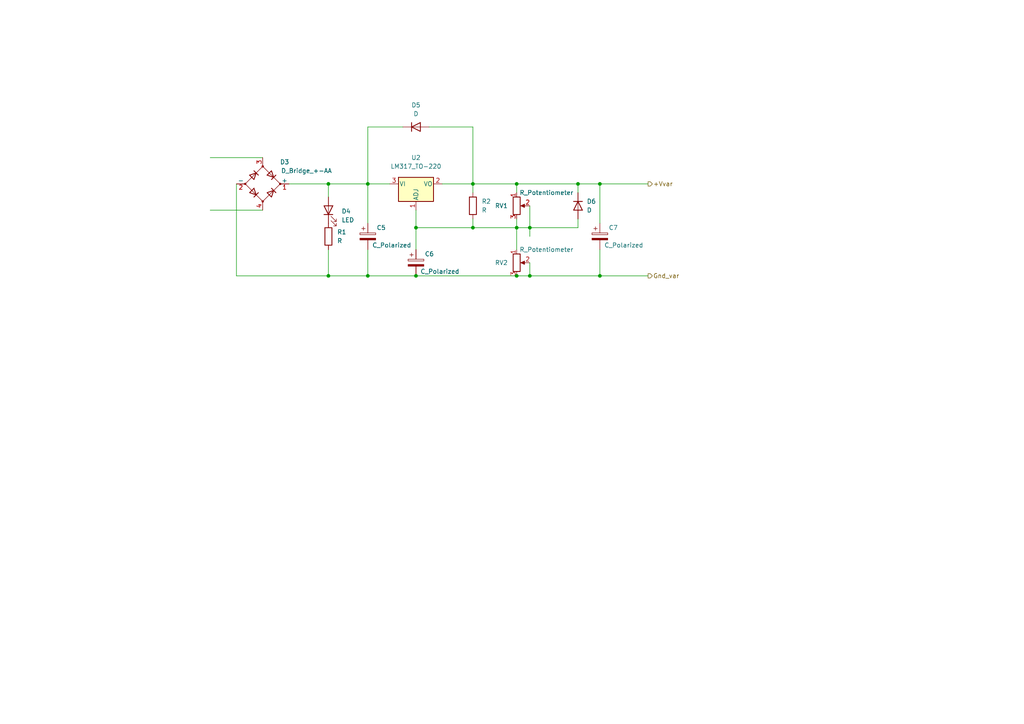
<source format=kicad_sch>
(kicad_sch (version 20211123) (generator eeschema)
  (paper "A4")
  (lib_symbols
    (symbol "Device:C_Polarized" (pin_numbers hide) (pin_names (offset 0.254))
      (property "Reference" "C" (at 0.635 2.54 0))
      (property "Value" "C_Polarized" (at 0.635 -2.54 0))
      (symbol "C_Polarized_0_1"
        (rectangle (start -2.286 0.508) (end 2.286 1.016))
        (polyline (pts (xy -1.778 2.286) (xy -0.762 2.286)))
        (polyline (pts (xy -1.27 2.794) (xy -1.27 1.778)))
        (rectangle (start 2.286 -0.508) (end -2.286 -1.016) (fill (type outline)))
      )
      (symbol "C_Polarized_1_1"
        (pin passive line (at 0 3.81 270) (length 2.794) (name "~") (number "1"))
        (pin passive line (at 0 -3.81 90) (length 2.794) (name "~") (number "2"))
      )
    )
    (symbol "Device:D" (pin_numbers hide) (pin_names (offset 1.016) hide)
      (property "Reference" "D" (at 0 2.54 0))
      (property "Value" "D" (at 0 -2.54 0))
      (symbol "D_0_1"
        (polyline (pts (xy -1.27 1.27) (xy -1.27 -1.27)) (stroke (width 0.254)))
        (polyline (pts (xy 1.27 0) (xy -1.27 0)))
        (polyline (pts (xy 1.27 1.27) (xy 1.27 -1.27) (xy -1.27 0) (xy 1.27 1.27)) (stroke (width 0.254)))
      )
      (symbol "D_1_1"
        (pin passive line (at -3.81 0 0) (length 2.54) (name "K") (number "1"))
        (pin passive line (at 3.81 0 180) (length 2.54) (name "A") (number "2"))
      )
    )
    (symbol "Device:D_Bridge_+-AA" (pin_names (offset 0))
      (property "Reference" "D" (at 2.54 6.985 0))
      (property "Value" "D_Bridge_+-AA" (at 2.54 5.08 0))
      (symbol "D_Bridge_+-AA_0_1"
        (circle (center -5.08 0) (radius 0.254) (fill (type outline)))
        (circle (center 0 -5.08) (radius 0.254) (fill (type outline)))
        (polyline (pts (xy -2.54 3.81) (xy -1.27 2.54)) (stroke (width 0.254)))
        (polyline (pts (xy -1.27 -2.54) (xy -2.54 -3.81)) (stroke (width 0.254)))
        (polyline (pts (xy 2.54 -1.27) (xy 3.81 -2.54)) (stroke (width 0.254)))
        (polyline (pts (xy 2.54 1.27) (xy 3.81 2.54)) (stroke (width 0.254)))
        (polyline (pts (xy -3.81 2.54) (xy -2.54 1.27) (xy -1.905 3.175) (xy -3.81 2.54)) (stroke (width 0.254)))
        (polyline (pts (xy -2.54 -1.27) (xy -3.81 -2.54) (xy -1.905 -3.175) (xy -2.54 -1.27)) (stroke (width 0.254)))
        (polyline (pts (xy 1.27 2.54) (xy 2.54 3.81) (xy 3.175 1.905) (xy 1.27 2.54)) (stroke (width 0.254)))
        (polyline (pts (xy 3.175 -1.905) (xy 1.27 -2.54) (xy 2.54 -3.81) (xy 3.175 -1.905)) (stroke (width 0.254)))
        (polyline (pts (xy -5.08 0) (xy 0 -5.08) (xy 5.08 0) (xy 0 5.08) (xy -5.08 0)))
        (circle (center 0 5.08) (radius 0.254) (fill (type outline)))
        (circle (center 5.08 0) (radius 0.254) (fill (type outline)))
      )
      (symbol "D_Bridge_+-AA_1_1"
        (pin passive line (at 7.62 0 180) (length 2.54) (name "+") (number "1"))
        (pin passive line (at -7.62 0 0) (length 2.54) (name "-") (number "2"))
        (pin passive line (at 0 7.62 270) (length 2.54) (name "~") (number "3"))
        (pin passive line (at 0 -7.62 90) (length 2.54) (name "~") (number "4"))
      )
    )
    (symbol "Device:LED" (pin_numbers hide) (pin_names (offset 1.016) hide)
      (property "Reference" "D" (at 0 2.54 0))
      (property "Value" "LED" (at 0 -2.54 0))
      (symbol "LED_0_1"
        (polyline (pts (xy -1.27 -1.27) (xy -1.27 1.27)) (stroke (width 0.254)))
        (polyline (pts (xy -1.27 0) (xy 1.27 0)))
        (polyline (pts (xy 1.27 -1.27) (xy 1.27 1.27) (xy -1.27 0) (xy 1.27 -1.27)) (stroke (width 0.254)))
        (polyline (pts (xy -3.048 -0.762) (xy -4.572 -2.286) (xy -3.81 -2.286) (xy -4.572 -2.286) (xy -4.572 -1.524)))
        (polyline (pts (xy -1.778 -0.762) (xy -3.302 -2.286) (xy -2.54 -2.286) (xy -3.302 -2.286) (xy -3.302 -1.524)))
      )
      (symbol "LED_1_1"
        (pin passive line (at -3.81 0 0) (length 2.54) (name "K") (number "1"))
        (pin passive line (at 3.81 0 180) (length 2.54) (name "A") (number "2"))
      )
    )
    (symbol "Device:R" (pin_numbers hide) (pin_names (offset 0))
      (property "Reference" "R" (at 2.032 0 90))
      (property "Value" "R" (at 0 0 90))
      (symbol "R_0_1"
        (rectangle (start -1.016 -2.54) (end 1.016 2.54) (stroke (width 0.254)))
      )
      (symbol "R_1_1"
        (pin passive line (at 0 3.81 270) (length 1.27) (name "~") (number "1"))
        (pin passive line (at 0 -3.81 90) (length 1.27) (name "~") (number "2"))
      )
    )
    (symbol "Device:R_Potentiometer" (pin_names (offset 1.016) hide)
      (property "Reference" "RV" (at -4.445 0 90))
      (property "Value" "R_Potentiometer" (at -2.54 0 90))
      (symbol "R_Potentiometer_0_1"
        (polyline (pts (xy 2.54 0) (xy 1.524 0)))
        (polyline (pts (xy 1.143 0) (xy 2.286 0.508) (xy 2.286 -0.508) (xy 1.143 0)) (fill (type outline)))
        (rectangle (start 1.016 2.54) (end -1.016 -2.54) (stroke (width 0.254)))
      )
      (symbol "R_Potentiometer_1_1"
        (pin passive line (at 0 3.81 270) (length 1.27) (name "1") (number "1"))
        (pin passive line (at 3.81 0 180) (length 1.27) (name "2") (number "2"))
        (pin passive line (at 0 -3.81 90) (length 1.27) (name "3") (number "3"))
      )
    )
    (symbol "Regulator_Linear:LM317_TO-220" (pin_names (offset 0.254))
      (property "Reference" "U" (at -3.81 3.175 0))
      (property "Value" "LM317_TO-220" (at 0 3.175 0))
      (symbol "LM317_TO-220_0_1"
        (rectangle (start -5.08 1.905) (end 5.08 -5.08) (stroke (width 0.254)) (fill (type background)))
      )
      (symbol "LM317_TO-220_1_1"
        (pin input line (at 0 -7.62 90) (length 2.54) (name "ADJ") (number "1"))
        (pin power_out line (at 7.62 0 180) (length 2.54) (name "VO") (number "2"))
        (pin power_in line (at -7.62 0 0) (length 2.54) (name "VI") (number "3"))
      )
    )
  )
  (junction (at 153.67 80.01))
  (junction (at 95.25 53.34))
  (junction (at 120.65 80.01))
  (junction (at 173.99 53.34))
  (junction (at 137.16 53.34))
  (junction (at 106.68 80.01))
  (junction (at 173.99 80.01))
  (junction (at 149.86 80.01))
  (junction (at 153.67 66.04))
  (junction (at 149.86 53.34))
  (junction (at 167.64 53.34))
  (junction (at 137.16 66.04))
  (junction (at 149.86 66.04))
  (junction (at 120.65 66.04))
  (junction (at 95.25 80.01))
  (junction (at 106.68 53.34))
  (wire (pts (xy 116.84 36.83) (xy 106.68 36.83)))
  (wire (pts (xy 137.16 53.34) (xy 137.16 55.88)))
  (wire (pts (xy 153.67 66.04) (xy 167.64 66.04)))
  (wire (pts (xy 167.64 53.34) (xy 167.64 55.88)))
  (wire (pts (xy 153.67 76.2) (xy 153.67 80.01)))
  (wire (pts (xy 137.16 63.5) (xy 137.16 66.04)))
  (wire (pts (xy 95.25 80.01) (xy 106.68 80.01)))
  (wire (pts (xy 149.86 66.04) (xy 149.86 72.39)))
  (wire (pts (xy 120.65 80.01) (xy 149.86 80.01)))
  (wire (pts (xy 60.96 45.72) (xy 76.2 45.72)))
  (wire (pts (xy 95.25 72.39) (xy 95.25 80.01)))
  (wire (pts (xy 137.16 53.34) (xy 137.16 36.83)))
  (wire (pts (xy 173.99 80.01) (xy 173.99 72.39)))
  (wire (pts (xy 167.64 53.34) (xy 173.99 53.34)))
  (wire (pts (xy 149.86 63.5) (xy 149.86 66.04)))
  (wire (pts (xy 95.25 53.34) (xy 106.68 53.34)))
  (wire (pts (xy 149.86 53.34) (xy 167.64 53.34)))
  (wire (pts (xy 60.96 60.96) (xy 76.2 60.96)))
  (wire (pts (xy 153.67 66.04) (xy 153.67 68.58)))
  (wire (pts (xy 153.67 59.69) (xy 153.67 66.04)))
  (wire (pts (xy 153.67 80.01) (xy 173.99 80.01)))
  (wire (pts (xy 173.99 53.34) (xy 173.99 64.77)))
  (wire (pts (xy 68.58 53.34) (xy 68.58 80.01)))
  (wire (pts (xy 167.64 66.04) (xy 167.64 63.5)))
  (wire (pts (xy 83.82 53.34) (xy 95.25 53.34)))
  (wire (pts (xy 106.68 80.01) (xy 120.65 80.01)))
  (wire (pts (xy 149.86 80.01) (xy 153.67 80.01)))
  (wire (pts (xy 149.86 53.34) (xy 149.86 55.88)))
  (wire (pts (xy 137.16 66.04) (xy 120.65 66.04)))
  (wire (pts (xy 137.16 53.34) (xy 149.86 53.34)))
  (wire (pts (xy 149.86 66.04) (xy 153.67 66.04)))
  (wire (pts (xy 106.68 53.34) (xy 113.03 53.34)))
  (wire (pts (xy 137.16 66.04) (xy 149.86 66.04)))
  (wire (pts (xy 120.65 60.96) (xy 120.65 66.04)))
  (wire (pts (xy 106.68 53.34) (xy 106.68 64.77)))
  (wire (pts (xy 106.68 36.83) (xy 106.68 53.34)))
  (wire (pts (xy 68.58 80.01) (xy 95.25 80.01)))
  (wire (pts (xy 128.27 53.34) (xy 137.16 53.34)))
  (wire (pts (xy 137.16 36.83) (xy 124.46 36.83)))
  (wire (pts (xy 95.25 53.34) (xy 95.25 57.15)))
  (wire (pts (xy 120.65 66.04) (xy 120.65 72.39)))
  (wire (pts (xy 106.68 72.39) (xy 106.68 80.01)))
  (wire (pts (xy 173.99 80.01) (xy 187.96 80.01)))
  (wire (pts (xy 173.99 53.34) (xy 187.96 53.34)))
  (hierarchical_label "+Vvar" (shape output) (at 187.96 53.34 0))
  (hierarchical_label "Gnd_var" (shape output) (at 187.96 80.01 0))
  (symbol (lib_id "Device:C_Polarized") (at 120.65 76.2 0) (unit 1)
    (property "Reference" "C6" (at 123.19 73.66 0) (effects (justify left)))
    (property "Value" "C_Polarized" (at 121.92 78.74 0) (effects (justify left)))
  )
  (symbol (lib_id "Device:C_Polarized") (at 173.99 68.58 0) (unit 1)
    (property "Reference" "C7" (at 176.53 66.04 0) (effects (justify left)))
    (property "Value" "C_Polarized" (at 175.26 71.12 0) (effects (justify left)))
  )
  (symbol (lib_id "Device:D_Bridge_+-AA") (at 76.2 53.34 0) (unit 1)
    (property "Reference" "D3" (at 82.55 46.99 0))
    (property "Value" "D_Bridge_+-AA" (at 88.9 49.53 0))
  )
  (symbol (lib_id "Device:C_Polarized") (at 106.68 68.58 0) (unit 1)
    (property "Reference" "C5" (at 109.22 66.04 0) (effects (justify left)))
    (property "Value" "C_Polarized" (at 107.95 71.12 0) (effects (justify left)))
  )
  (symbol (lib_id "Device:R_Potentiometer") (at 149.86 59.69 0) (unit 1)
    (property "Reference" "RV1" (at 147.32 59.69 0) (effects (justify right)))
    (property "Value" "R_Potentiometer" (at 166.37 55.88 0) (effects (justify right)))
  )
  (symbol (lib_id "Device:R") (at 137.16 59.69 0) (unit 1)
    (property "Reference" "R2" (at 139.7 58.4199 0) (effects (justify left)))
    (property "Value" "R" (at 139.7 60.9599 0) (effects (justify left)))
  )
  (symbol (lib_id "Device:R_Potentiometer") (at 149.86 76.2 0) (unit 1)
    (property "Reference" "RV2" (at 147.32 76.2 0) (effects (justify right)))
    (property "Value" "R_Potentiometer" (at 166.37 72.39 0) (effects (justify right)))
  )
  (symbol (lib_id "Device:D") (at 167.64 59.69 270) (unit 1)
    (property "Reference" "D6" (at 170.18 58.4199 90) (effects (justify left)))
    (property "Value" "D" (at 170.18 60.9599 90) (effects (justify left)))
  )
  (symbol (lib_id "Device:LED") (at 95.25 60.96 90) (unit 1)
    (property "Reference" "D4" (at 99.06 61.2774 90) (effects (justify right)))
    (property "Value" "LED" (at 99.06 63.8174 90) (effects (justify right)))
  )
  (symbol (lib_id "Device:R") (at 95.25 68.58 0) (unit 1)
    (property "Reference" "R1" (at 97.79 67.3099 0) (effects (justify left)))
    (property "Value" "R" (at 97.79 69.8499 0) (effects (justify left)))
  )
  (symbol (lib_id "Device:D") (at 120.65 36.83 0) (unit 1)
    (property "Reference" "D5" (at 120.65 30.48 0))
    (property "Value" "D" (at 120.65 33.02 0))
  )
  (symbol (lib_id "Regulator_Linear:LM317_TO-220") (at 120.65 53.34 0) (unit 1)
    (property "Reference" "U2" (at 120.65 45.72 0))
    (property "Value" "LM317_TO-220" (at 120.65 48.26 0))
    (property "Footprint" "Package_TO_SOT_THT:TO-220-3_Vertical" (effects hide))
    (property "Datasheet" "http://www.ti.com/lit/ds/symlink/lm317.pdf" (effects hide))
  )
)
</source>
